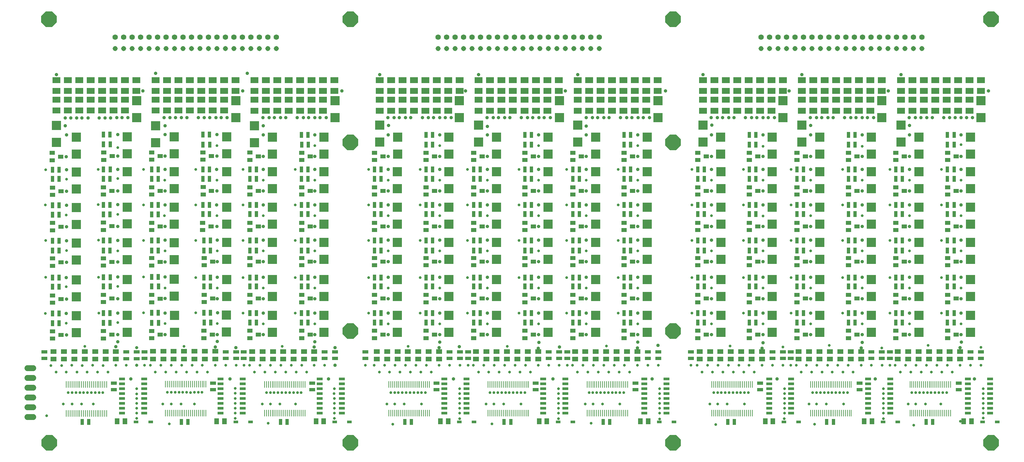
<source format=gts>
G75*
G70*
%OFA0B0*%
%FSLAX24Y24*%
%IPPOS*%
%LPD*%
%AMOC8*
5,1,8,0,0,1.08239X$1,22.5*
%
%ADD10R,0.0079X0.0689*%
%ADD11R,0.0600X0.0256*%
%ADD12R,0.0350X0.0591*%
%ADD13R,0.0945X0.0945*%
%ADD14R,0.0551X0.0394*%
%ADD15R,0.0787X0.0630*%
%ADD16R,0.0630X0.0512*%
%ADD17R,0.0591X0.0350*%
%ADD18R,0.0512X0.0630*%
%ADD19R,0.0472X0.0276*%
%ADD20C,0.0554*%
%ADD21C,0.0515*%
%ADD22C,0.0600*%
%ADD23C,0.0278*%
%ADD24C,0.0357*%
%ADD25C,0.0317*%
%ADD26OC8,0.1581*%
D10*
X005402Y011012D03*
X005599Y011012D03*
X005796Y011012D03*
X005992Y011012D03*
X006189Y011012D03*
X006386Y011012D03*
X006583Y011012D03*
X006780Y011012D03*
X006977Y011012D03*
X007173Y011012D03*
X007370Y011012D03*
X007567Y011012D03*
X007764Y011012D03*
X007961Y011012D03*
X008158Y011012D03*
X008355Y011012D03*
X008551Y011012D03*
X008748Y011012D03*
X008945Y011012D03*
X009142Y011012D03*
X009339Y011012D03*
X009536Y011012D03*
X009536Y013965D03*
X009339Y013965D03*
X009142Y013965D03*
X008945Y013965D03*
X008748Y013965D03*
X008551Y013965D03*
X008355Y013965D03*
X008158Y013965D03*
X007961Y013965D03*
X007764Y013965D03*
X007567Y013965D03*
X007370Y013965D03*
X007173Y013965D03*
X006977Y013965D03*
X006780Y013965D03*
X006583Y013965D03*
X006386Y013965D03*
X006189Y013965D03*
X005992Y013965D03*
X005796Y013965D03*
X005599Y013965D03*
X005402Y013965D03*
X015543Y013982D03*
X015739Y013982D03*
X015936Y013982D03*
X016133Y013982D03*
X016330Y013982D03*
X016527Y013982D03*
X016724Y013982D03*
X016921Y013982D03*
X017117Y013982D03*
X017314Y013982D03*
X017511Y013982D03*
X017708Y013982D03*
X017905Y013982D03*
X018102Y013982D03*
X018299Y013982D03*
X018495Y013982D03*
X018692Y013982D03*
X018889Y013982D03*
X019086Y013982D03*
X019283Y013982D03*
X019480Y013982D03*
X019676Y013982D03*
X019676Y011029D03*
X019480Y011029D03*
X019283Y011029D03*
X019086Y011029D03*
X018889Y011029D03*
X018692Y011029D03*
X018495Y011029D03*
X018299Y011029D03*
X018102Y011029D03*
X017905Y011029D03*
X017708Y011029D03*
X017511Y011029D03*
X017314Y011029D03*
X017117Y011029D03*
X016921Y011029D03*
X016724Y011029D03*
X016527Y011029D03*
X016330Y011029D03*
X016133Y011029D03*
X015936Y011029D03*
X015739Y011029D03*
X015543Y011029D03*
X025663Y011026D03*
X025860Y011026D03*
X026057Y011026D03*
X026254Y011026D03*
X026451Y011026D03*
X026647Y011026D03*
X026844Y011026D03*
X027041Y011026D03*
X027238Y011026D03*
X027435Y011026D03*
X027632Y011026D03*
X027829Y011026D03*
X028025Y011026D03*
X028222Y011026D03*
X028419Y011026D03*
X028616Y011026D03*
X028813Y011026D03*
X029010Y011026D03*
X029206Y011026D03*
X029403Y011026D03*
X029600Y011026D03*
X029797Y011026D03*
X029797Y013979D03*
X029600Y013979D03*
X029403Y013979D03*
X029206Y013979D03*
X029010Y013979D03*
X028813Y013979D03*
X028616Y013979D03*
X028419Y013979D03*
X028222Y013979D03*
X028025Y013979D03*
X027829Y013979D03*
X027632Y013979D03*
X027435Y013979D03*
X027238Y013979D03*
X027041Y013979D03*
X026844Y013979D03*
X026647Y013979D03*
X026451Y013979D03*
X026254Y013979D03*
X026057Y013979D03*
X025860Y013979D03*
X025663Y013979D03*
X038363Y013979D03*
X038559Y013979D03*
X038756Y013979D03*
X038953Y013979D03*
X039150Y013979D03*
X039347Y013979D03*
X039544Y013979D03*
X039741Y013979D03*
X039937Y013979D03*
X040134Y013979D03*
X040331Y013979D03*
X040528Y013979D03*
X040725Y013979D03*
X040922Y013979D03*
X041118Y013979D03*
X041315Y013979D03*
X041512Y013979D03*
X041709Y013979D03*
X041906Y013979D03*
X042103Y013979D03*
X042300Y013979D03*
X042496Y013979D03*
X042496Y011026D03*
X042300Y011026D03*
X042103Y011026D03*
X041906Y011026D03*
X041709Y011026D03*
X041512Y011026D03*
X041315Y011026D03*
X041118Y011026D03*
X040922Y011026D03*
X040725Y011026D03*
X040528Y011026D03*
X040331Y011026D03*
X040134Y011026D03*
X039937Y011026D03*
X039741Y011026D03*
X039544Y011026D03*
X039347Y011026D03*
X039150Y011026D03*
X038953Y011026D03*
X038756Y011026D03*
X038559Y011026D03*
X038363Y011026D03*
X048512Y011026D03*
X048709Y011026D03*
X048906Y011026D03*
X049103Y011026D03*
X049300Y011026D03*
X049497Y011026D03*
X049693Y011026D03*
X049890Y011026D03*
X050087Y011026D03*
X050284Y011026D03*
X050481Y011026D03*
X050678Y011026D03*
X050875Y011026D03*
X051071Y011026D03*
X051268Y011026D03*
X051465Y011026D03*
X051662Y011026D03*
X051859Y011026D03*
X052056Y011026D03*
X052253Y011026D03*
X052449Y011026D03*
X052646Y011026D03*
X052646Y013979D03*
X052449Y013979D03*
X052253Y013979D03*
X052056Y013979D03*
X051859Y013979D03*
X051662Y013979D03*
X051465Y013979D03*
X051268Y013979D03*
X051071Y013979D03*
X050875Y013979D03*
X050678Y013979D03*
X050481Y013979D03*
X050284Y013979D03*
X050087Y013979D03*
X049890Y013979D03*
X049693Y013979D03*
X049497Y013979D03*
X049300Y013979D03*
X049103Y013979D03*
X048906Y013979D03*
X048709Y013979D03*
X048512Y013979D03*
X058625Y013979D03*
X058822Y013979D03*
X059019Y013979D03*
X059216Y013979D03*
X059412Y013979D03*
X059609Y013979D03*
X059806Y013979D03*
X060003Y013979D03*
X060200Y013979D03*
X060397Y013979D03*
X060594Y013979D03*
X060790Y013979D03*
X060987Y013979D03*
X061184Y013979D03*
X061381Y013979D03*
X061578Y013979D03*
X061775Y013979D03*
X061971Y013979D03*
X062168Y013979D03*
X062365Y013979D03*
X062562Y013979D03*
X062759Y013979D03*
X062759Y011026D03*
X062562Y011026D03*
X062365Y011026D03*
X062168Y011026D03*
X061971Y011026D03*
X061775Y011026D03*
X061578Y011026D03*
X061381Y011026D03*
X061184Y011026D03*
X060987Y011026D03*
X060790Y011026D03*
X060594Y011026D03*
X060397Y011026D03*
X060200Y011026D03*
X060003Y011026D03*
X059806Y011026D03*
X059609Y011026D03*
X059412Y011026D03*
X059216Y011026D03*
X059019Y011026D03*
X058822Y011026D03*
X058625Y011026D03*
X071361Y011026D03*
X071558Y011026D03*
X071755Y011026D03*
X071951Y011026D03*
X072148Y011026D03*
X072345Y011026D03*
X072542Y011026D03*
X072739Y011026D03*
X072936Y011026D03*
X073133Y011026D03*
X073329Y011026D03*
X073526Y011026D03*
X073723Y011026D03*
X073920Y011026D03*
X074117Y011026D03*
X074314Y011026D03*
X074511Y011026D03*
X074707Y011026D03*
X074904Y011026D03*
X075101Y011026D03*
X075298Y011026D03*
X075495Y011026D03*
X075495Y013979D03*
X075298Y013979D03*
X075101Y013979D03*
X074904Y013979D03*
X074707Y013979D03*
X074511Y013979D03*
X074314Y013979D03*
X074117Y013979D03*
X073920Y013979D03*
X073723Y013979D03*
X073526Y013979D03*
X073329Y013979D03*
X073133Y013979D03*
X072936Y013979D03*
X072739Y013979D03*
X072542Y013979D03*
X072345Y013979D03*
X072148Y013979D03*
X071951Y013979D03*
X071755Y013979D03*
X071558Y013979D03*
X071361Y013979D03*
X081480Y013979D03*
X081677Y013979D03*
X081874Y013979D03*
X082071Y013979D03*
X082268Y013979D03*
X082465Y013979D03*
X082662Y013979D03*
X082858Y013979D03*
X083055Y013979D03*
X083252Y013979D03*
X083449Y013979D03*
X083646Y013979D03*
X083843Y013979D03*
X084040Y013979D03*
X084236Y013979D03*
X084433Y013979D03*
X084630Y013979D03*
X084827Y013979D03*
X085024Y013979D03*
X085221Y013979D03*
X085418Y013979D03*
X085614Y013979D03*
X085614Y011026D03*
X085418Y011026D03*
X085221Y011026D03*
X085024Y011026D03*
X084827Y011026D03*
X084630Y011026D03*
X084433Y011026D03*
X084236Y011026D03*
X084040Y011026D03*
X083843Y011026D03*
X083646Y011026D03*
X083449Y011026D03*
X083252Y011026D03*
X083055Y011026D03*
X082858Y011026D03*
X082662Y011026D03*
X082465Y011026D03*
X082268Y011026D03*
X082071Y011026D03*
X081874Y011026D03*
X081677Y011026D03*
X081480Y011026D03*
X091615Y011026D03*
X091812Y011026D03*
X092009Y011026D03*
X092205Y011026D03*
X092402Y011026D03*
X092599Y011026D03*
X092796Y011026D03*
X092993Y011026D03*
X093190Y011026D03*
X093387Y011026D03*
X093583Y011026D03*
X093780Y011026D03*
X093977Y011026D03*
X094174Y011026D03*
X094371Y011026D03*
X094568Y011026D03*
X094764Y011026D03*
X094961Y011026D03*
X095158Y011026D03*
X095355Y011026D03*
X095552Y011026D03*
X095749Y011026D03*
X095749Y013979D03*
X095552Y013979D03*
X095355Y013979D03*
X095158Y013979D03*
X094961Y013979D03*
X094764Y013979D03*
X094568Y013979D03*
X094371Y013979D03*
X094174Y013979D03*
X093977Y013979D03*
X093780Y013979D03*
X093583Y013979D03*
X093387Y013979D03*
X093190Y013979D03*
X092993Y013979D03*
X092796Y013979D03*
X092599Y013979D03*
X092402Y013979D03*
X092205Y013979D03*
X092009Y013979D03*
X091812Y013979D03*
X091615Y013979D03*
D11*
X089601Y014026D03*
X089601Y013526D03*
X089601Y013026D03*
X089601Y012526D03*
X089601Y012026D03*
X089601Y011526D03*
X089601Y011026D03*
X087337Y011026D03*
X087337Y011526D03*
X087337Y012026D03*
X087337Y012526D03*
X087337Y013026D03*
X087337Y013526D03*
X087337Y014026D03*
X087337Y014526D03*
X089601Y014526D03*
X097524Y014526D03*
X097524Y014026D03*
X097524Y013526D03*
X097524Y013026D03*
X097524Y012526D03*
X097524Y012026D03*
X097524Y011526D03*
X097524Y011026D03*
X099788Y011026D03*
X099788Y011526D03*
X099788Y012026D03*
X099788Y012526D03*
X099788Y013026D03*
X099788Y013526D03*
X099788Y014026D03*
X099788Y014526D03*
X079479Y014526D03*
X079479Y014026D03*
X079479Y013526D03*
X079479Y013026D03*
X079479Y012526D03*
X079479Y012026D03*
X079479Y011526D03*
X079479Y011026D03*
X077215Y011026D03*
X077215Y011526D03*
X077215Y012026D03*
X077215Y012526D03*
X077215Y013026D03*
X077215Y013526D03*
X077215Y014026D03*
X077215Y014526D03*
X066725Y014526D03*
X066725Y014026D03*
X066725Y013526D03*
X066725Y013026D03*
X066725Y012526D03*
X066725Y012026D03*
X066725Y011526D03*
X066725Y011026D03*
X064461Y011026D03*
X064461Y011526D03*
X064461Y012026D03*
X064461Y012526D03*
X064461Y013026D03*
X064461Y013526D03*
X064461Y014026D03*
X064461Y014526D03*
X056393Y014526D03*
X056393Y014026D03*
X056393Y013526D03*
X056393Y013026D03*
X056393Y012526D03*
X056393Y012026D03*
X056393Y011526D03*
X056393Y011026D03*
X054129Y011026D03*
X054129Y011526D03*
X054129Y012026D03*
X054129Y012526D03*
X054129Y013026D03*
X054129Y013526D03*
X054129Y014026D03*
X054129Y014526D03*
X046292Y014526D03*
X046292Y014026D03*
X046292Y013526D03*
X046292Y013026D03*
X046292Y012526D03*
X046292Y012026D03*
X046292Y011526D03*
X046292Y011026D03*
X044028Y011026D03*
X044028Y011526D03*
X044028Y012026D03*
X044028Y012526D03*
X044028Y013026D03*
X044028Y013526D03*
X044028Y014026D03*
X044028Y014526D03*
X033578Y014526D03*
X033578Y014026D03*
X033578Y013526D03*
X033578Y013026D03*
X033578Y012526D03*
X033578Y012026D03*
X033578Y011526D03*
X033578Y011026D03*
X031314Y011026D03*
X031314Y011526D03*
X031314Y012026D03*
X031314Y012526D03*
X031314Y013026D03*
X031314Y013526D03*
X031314Y014026D03*
X031314Y014526D03*
X023435Y014526D03*
X023435Y014026D03*
X023435Y013526D03*
X023435Y013026D03*
X023435Y012526D03*
X023435Y012026D03*
X023435Y011526D03*
X023435Y011026D03*
X021171Y011026D03*
X021171Y011526D03*
X021171Y012026D03*
X021171Y012526D03*
X021171Y013026D03*
X021171Y013526D03*
X021171Y014026D03*
X021171Y014526D03*
X013355Y014526D03*
X013355Y014026D03*
X013355Y013526D03*
X013355Y013026D03*
X013355Y012526D03*
X013355Y012026D03*
X013355Y011526D03*
X013355Y011026D03*
X011091Y011026D03*
X011091Y011526D03*
X011091Y012026D03*
X011091Y012526D03*
X011091Y013026D03*
X011091Y013526D03*
X011091Y014026D03*
X011091Y014526D03*
D12*
X007702Y010142D03*
X007033Y010142D03*
X017176Y010142D03*
X017845Y010142D03*
X027290Y010142D03*
X027959Y010142D03*
X039995Y010142D03*
X040664Y010142D03*
X050148Y010142D03*
X050818Y010142D03*
X060260Y010142D03*
X060930Y010142D03*
X072996Y010142D03*
X073665Y010142D03*
X083113Y010142D03*
X083782Y010142D03*
X093249Y010142D03*
X093919Y010142D03*
X095446Y020280D03*
X096115Y020280D03*
X096115Y021277D03*
X095446Y021277D03*
X095446Y023988D03*
X096115Y023988D03*
X096115Y024900D03*
X095446Y024900D03*
X090847Y024900D03*
X090177Y024900D03*
X090177Y023988D03*
X090847Y023988D03*
X090847Y021277D03*
X090177Y021277D03*
X090177Y020280D03*
X090847Y020280D03*
X086007Y020280D03*
X085338Y020280D03*
X085338Y021277D03*
X086007Y021277D03*
X086007Y023988D03*
X085338Y023988D03*
X085338Y024900D03*
X086007Y024900D03*
X080739Y024900D03*
X080069Y024900D03*
X080069Y023988D03*
X080739Y023988D03*
X080739Y021277D03*
X080069Y021277D03*
X080069Y020280D03*
X080739Y020280D03*
X075869Y020280D03*
X075199Y020280D03*
X075199Y021277D03*
X075869Y021277D03*
X075869Y023988D03*
X075199Y023988D03*
X075199Y024900D03*
X075869Y024900D03*
X070614Y024900D03*
X069945Y024900D03*
X069945Y023988D03*
X070614Y023988D03*
X070614Y021277D03*
X069945Y021277D03*
X069945Y020280D03*
X070614Y020280D03*
X063077Y020280D03*
X062408Y020280D03*
X062408Y021277D03*
X063077Y021277D03*
X063077Y023988D03*
X062408Y023988D03*
X062408Y024900D03*
X063077Y024900D03*
X063077Y027670D03*
X062408Y027670D03*
X062408Y028700D03*
X063077Y028700D03*
X063077Y031381D03*
X062408Y031381D03*
X062408Y032334D03*
X063077Y032334D03*
X063077Y035009D03*
X062408Y035009D03*
X062408Y035966D03*
X063077Y035966D03*
X063077Y038500D03*
X062408Y038500D03*
X062408Y039495D03*
X063077Y039495D03*
X057821Y035966D03*
X057151Y035966D03*
X057151Y035009D03*
X057821Y035009D03*
X057821Y032334D03*
X057151Y032334D03*
X057151Y031381D03*
X057821Y031381D03*
X052946Y031381D03*
X052277Y031381D03*
X052277Y032334D03*
X052946Y032334D03*
X052946Y035009D03*
X052277Y035009D03*
X052277Y035966D03*
X052946Y035966D03*
X052946Y038500D03*
X052277Y038500D03*
X052277Y039495D03*
X052946Y039495D03*
X047690Y035966D03*
X047021Y035966D03*
X047021Y035009D03*
X047690Y035009D03*
X047690Y032334D03*
X047021Y032334D03*
X047021Y031381D03*
X047690Y031381D03*
X042838Y031381D03*
X042169Y031381D03*
X042169Y032334D03*
X042838Y032334D03*
X042838Y035009D03*
X042169Y035009D03*
X042169Y035966D03*
X042838Y035966D03*
X042838Y038500D03*
X042169Y038500D03*
X042169Y039495D03*
X042838Y039495D03*
X037581Y035966D03*
X036912Y035966D03*
X036912Y035009D03*
X037581Y035009D03*
X037581Y032334D03*
X036912Y032334D03*
X036912Y031381D03*
X037581Y031381D03*
X037581Y028700D03*
X036912Y028700D03*
X036912Y027670D03*
X037581Y027670D03*
X042169Y027670D03*
X042838Y027670D03*
X042838Y028700D03*
X042169Y028700D03*
X047021Y028700D03*
X047690Y028700D03*
X047690Y027670D03*
X047021Y027670D03*
X052277Y027670D03*
X052946Y027670D03*
X052946Y028700D03*
X052277Y028700D03*
X057151Y028700D03*
X057821Y028700D03*
X057821Y027670D03*
X057151Y027670D03*
X057151Y024900D03*
X057821Y024900D03*
X057821Y023988D03*
X057151Y023988D03*
X057151Y021277D03*
X057821Y021277D03*
X057821Y020280D03*
X057151Y020280D03*
X052946Y020280D03*
X052277Y020280D03*
X052277Y021277D03*
X052946Y021277D03*
X052946Y023988D03*
X052277Y023988D03*
X052277Y024900D03*
X052946Y024900D03*
X047690Y024900D03*
X047021Y024900D03*
X047021Y023988D03*
X047690Y023988D03*
X047690Y021277D03*
X047021Y021277D03*
X047021Y020280D03*
X047690Y020280D03*
X042838Y020280D03*
X042169Y020280D03*
X042169Y021277D03*
X042838Y021277D03*
X042838Y023988D03*
X042169Y023988D03*
X042169Y024900D03*
X042838Y024900D03*
X037581Y024900D03*
X036912Y024900D03*
X036912Y023988D03*
X037581Y023988D03*
X037581Y021277D03*
X036912Y021277D03*
X036912Y020280D03*
X037581Y020280D03*
X030094Y020280D03*
X029425Y020280D03*
X029425Y021277D03*
X030094Y021277D03*
X030094Y023988D03*
X029425Y023988D03*
X029425Y024900D03*
X030094Y024900D03*
X024827Y024900D03*
X024158Y024900D03*
X024158Y023988D03*
X024827Y023988D03*
X024827Y021277D03*
X024158Y021277D03*
X024158Y020280D03*
X024827Y020280D03*
X020157Y020282D03*
X019487Y020282D03*
X019474Y021280D03*
X020143Y021280D03*
X020134Y023991D03*
X019465Y023991D03*
X019474Y024903D03*
X020143Y024903D03*
X020130Y027673D03*
X019461Y027673D03*
X019461Y028703D03*
X020131Y028703D03*
X024158Y028700D03*
X024827Y028700D03*
X024827Y027670D03*
X024158Y027670D03*
X029425Y027670D03*
X030094Y027670D03*
X030094Y028700D03*
X029425Y028700D03*
X029425Y031381D03*
X030094Y031381D03*
X030094Y032334D03*
X029425Y032334D03*
X029425Y035009D03*
X030094Y035009D03*
X030094Y035966D03*
X029425Y035966D03*
X024827Y035966D03*
X024158Y035966D03*
X024158Y035009D03*
X024827Y035009D03*
X024827Y032334D03*
X024158Y032334D03*
X024158Y031381D03*
X024827Y031381D03*
X020031Y031384D03*
X019362Y031384D03*
X019358Y032337D03*
X020028Y032337D03*
X020046Y035012D03*
X019377Y035012D03*
X019370Y035969D03*
X020040Y035969D03*
X014789Y035956D03*
X014119Y035956D03*
X014123Y035001D03*
X014792Y035001D03*
X014801Y032339D03*
X014132Y032339D03*
X014132Y031353D03*
X014801Y031353D03*
X014805Y028711D03*
X014136Y028711D03*
X014142Y027648D03*
X014811Y027648D03*
X014810Y024947D03*
X014141Y024947D03*
X014147Y023991D03*
X014817Y023991D03*
X014810Y021280D03*
X014141Y021280D03*
X014147Y020253D03*
X014817Y020253D03*
X009866Y020273D03*
X009197Y020273D03*
X009195Y021278D03*
X009864Y021278D03*
X009882Y024000D03*
X009213Y024000D03*
X009213Y024941D03*
X009882Y024941D03*
X004661Y024910D03*
X003991Y024910D03*
X003998Y023947D03*
X004667Y023947D03*
X004653Y021231D03*
X003983Y021231D03*
X003984Y020242D03*
X004653Y020242D03*
X004658Y027669D03*
X003988Y027669D03*
X003982Y028674D03*
X004652Y028674D03*
X009198Y028702D03*
X009868Y028702D03*
X009868Y027655D03*
X009198Y027655D03*
X009206Y031371D03*
X009876Y031371D03*
X009871Y032345D03*
X009202Y032345D03*
X009211Y035006D03*
X009880Y035006D03*
X009882Y035979D03*
X009213Y035979D03*
X004663Y035942D03*
X003993Y035942D03*
X003994Y034991D03*
X004663Y034991D03*
X004658Y032309D03*
X003989Y032309D03*
X003987Y031325D03*
X004656Y031325D03*
X009214Y038534D03*
X009883Y038534D03*
X009881Y039521D03*
X009211Y039521D03*
X019367Y039527D03*
X020037Y039527D03*
X020049Y038509D03*
X019380Y038509D03*
X029452Y038500D03*
X030121Y038500D03*
X030094Y039495D03*
X029425Y039495D03*
X069945Y035966D03*
X070614Y035966D03*
X070614Y035009D03*
X069945Y035009D03*
X069945Y032334D03*
X070614Y032334D03*
X070614Y031381D03*
X069945Y031381D03*
X069945Y028700D03*
X070614Y028700D03*
X070614Y027670D03*
X069945Y027670D03*
X075199Y027670D03*
X075869Y027670D03*
X075869Y028700D03*
X075199Y028700D03*
X080069Y028700D03*
X080739Y028700D03*
X080739Y027670D03*
X080069Y027670D03*
X085338Y027670D03*
X086007Y027670D03*
X086007Y028700D03*
X085338Y028700D03*
X090177Y028700D03*
X090847Y028700D03*
X090847Y027670D03*
X090177Y027670D03*
X095446Y027670D03*
X096115Y027670D03*
X096115Y028700D03*
X095446Y028700D03*
X095446Y031381D03*
X096115Y031381D03*
X096115Y032334D03*
X095446Y032334D03*
X095446Y035009D03*
X096115Y035009D03*
X096115Y035966D03*
X095446Y035966D03*
X090847Y035966D03*
X090177Y035966D03*
X090177Y035009D03*
X090847Y035009D03*
X090847Y032334D03*
X090177Y032334D03*
X090177Y031381D03*
X090847Y031381D03*
X086007Y031381D03*
X085338Y031381D03*
X085338Y032334D03*
X086007Y032334D03*
X086007Y035009D03*
X085338Y035009D03*
X085338Y035966D03*
X086007Y035966D03*
X080739Y035966D03*
X080069Y035966D03*
X080069Y035009D03*
X080739Y035009D03*
X080739Y032334D03*
X080069Y032334D03*
X080069Y031381D03*
X080739Y031381D03*
X075869Y031381D03*
X075199Y031381D03*
X075199Y032334D03*
X075869Y032334D03*
X075869Y035009D03*
X075199Y035009D03*
X075199Y035966D03*
X075869Y035966D03*
X075869Y038500D03*
X075199Y038500D03*
X075199Y039495D03*
X075869Y039495D03*
X085338Y039495D03*
X086007Y039495D03*
X086007Y038500D03*
X085338Y038500D03*
X095446Y038500D03*
X096115Y038500D03*
X096115Y039495D03*
X095446Y039495D03*
D13*
X097789Y039258D03*
X097789Y037526D03*
X097789Y035732D03*
X097789Y033999D03*
X097789Y032101D03*
X097789Y030369D03*
X097789Y028486D03*
X097789Y026754D03*
X097789Y024702D03*
X097789Y022970D03*
X097789Y021043D03*
X097789Y019311D03*
X092518Y019311D03*
X092518Y021043D03*
X092518Y022970D03*
X092518Y024702D03*
X092518Y026754D03*
X092518Y028486D03*
X092518Y030369D03*
X092518Y032101D03*
X092518Y033999D03*
X092518Y035732D03*
X092518Y037526D03*
X090693Y038748D03*
X092518Y039258D03*
X090693Y040480D03*
X088741Y041257D03*
X088741Y042989D03*
X087679Y039258D03*
X087679Y037526D03*
X087679Y035732D03*
X087679Y033999D03*
X087679Y032101D03*
X087679Y030369D03*
X087679Y028486D03*
X087679Y026754D03*
X087679Y024702D03*
X087679Y022970D03*
X087679Y021043D03*
X087679Y019311D03*
X082408Y019311D03*
X082408Y021043D03*
X082408Y022970D03*
X082408Y024702D03*
X082408Y026754D03*
X082408Y028486D03*
X082408Y030369D03*
X082408Y032101D03*
X082408Y033999D03*
X082408Y035732D03*
X082408Y037526D03*
X080575Y038748D03*
X082408Y039258D03*
X080575Y040480D03*
X078624Y041257D03*
X078624Y042989D03*
X077541Y039258D03*
X077541Y037526D03*
X077541Y035732D03*
X077541Y033999D03*
X077541Y032101D03*
X077541Y030369D03*
X077541Y028486D03*
X077541Y026754D03*
X077541Y024702D03*
X077541Y022970D03*
X077541Y021043D03*
X077541Y019311D03*
X072285Y019311D03*
X072285Y021043D03*
X072285Y022970D03*
X072285Y024702D03*
X072285Y026754D03*
X072285Y028486D03*
X072285Y030369D03*
X072285Y032101D03*
X072285Y033999D03*
X072285Y035732D03*
X072270Y037526D03*
X070450Y038748D03*
X072270Y039258D03*
X070450Y040480D03*
X065849Y041257D03*
X065849Y042989D03*
X064749Y039258D03*
X064749Y037526D03*
X064749Y035732D03*
X064749Y033999D03*
X064749Y032101D03*
X064749Y030369D03*
X064749Y028486D03*
X064749Y026754D03*
X064749Y024702D03*
X064749Y022970D03*
X064749Y021043D03*
X064749Y019311D03*
X059492Y019311D03*
X059492Y021043D03*
X059492Y022970D03*
X059492Y024702D03*
X059492Y026754D03*
X059492Y028486D03*
X059492Y030369D03*
X059492Y032101D03*
X059492Y033999D03*
X059492Y035732D03*
X059492Y037526D03*
X057665Y038748D03*
X059492Y039258D03*
X057665Y040480D03*
X055795Y041257D03*
X055795Y042989D03*
X054618Y039258D03*
X054618Y037526D03*
X054618Y035732D03*
X054618Y033999D03*
X054618Y032101D03*
X054618Y030369D03*
X054618Y028486D03*
X054618Y026754D03*
X054618Y024702D03*
X054618Y022970D03*
X054618Y021043D03*
X054618Y019311D03*
X049362Y019311D03*
X049362Y021043D03*
X049362Y022970D03*
X049362Y024702D03*
X049362Y026754D03*
X049362Y028486D03*
X049362Y030369D03*
X049362Y032101D03*
X049362Y033999D03*
X049362Y035732D03*
X049362Y037526D03*
X047539Y038748D03*
X049362Y039258D03*
X047539Y040480D03*
X045578Y041257D03*
X045578Y042989D03*
X044509Y039258D03*
X044509Y037526D03*
X044509Y035732D03*
X044509Y033999D03*
X044509Y032101D03*
X044509Y030369D03*
X044509Y028486D03*
X044509Y026754D03*
X044509Y024702D03*
X044509Y022970D03*
X044509Y021043D03*
X044509Y019311D03*
X039248Y019311D03*
X039248Y021043D03*
X039248Y022970D03*
X039248Y024702D03*
X039248Y026754D03*
X039248Y028486D03*
X039248Y030369D03*
X039248Y032101D03*
X039248Y033999D03*
X039248Y035732D03*
X039253Y037526D03*
X037420Y038748D03*
X039253Y039258D03*
X037420Y040480D03*
X032861Y041257D03*
X032861Y042989D03*
X031734Y039258D03*
X031734Y037526D03*
X031734Y035732D03*
X031734Y033999D03*
X031734Y032101D03*
X031734Y030369D03*
X031734Y028486D03*
X031734Y026754D03*
X031734Y024702D03*
X031734Y022970D03*
X031734Y021043D03*
X031734Y019311D03*
X026473Y019311D03*
X026473Y021043D03*
X026473Y022970D03*
X026473Y024702D03*
X026473Y026754D03*
X026473Y028486D03*
X026473Y030369D03*
X026473Y032101D03*
X026473Y033999D03*
X026473Y035732D03*
X026473Y037526D03*
X024637Y038699D03*
X026473Y039258D03*
X024637Y040431D03*
X022748Y041264D03*
X022748Y042996D03*
X021795Y039295D03*
X021795Y037563D03*
X021789Y035734D03*
X021789Y034002D03*
X021789Y032104D03*
X021789Y030372D03*
X021789Y028489D03*
X021789Y026757D03*
X021784Y024705D03*
X021784Y022973D03*
X021780Y021046D03*
X021780Y019314D03*
X016455Y019309D03*
X016455Y021041D03*
X016448Y022982D03*
X016448Y024714D03*
X016448Y026744D03*
X016448Y028477D03*
X016426Y030363D03*
X016426Y032095D03*
X016428Y033992D03*
X016428Y035724D03*
X016424Y037562D03*
X014529Y038709D03*
X016424Y039294D03*
X014529Y040441D03*
X012594Y041262D03*
X012594Y042994D03*
X011644Y039287D03*
X011644Y037555D03*
X011647Y035734D03*
X011647Y034001D03*
X011642Y032112D03*
X011642Y030380D03*
X011645Y028465D03*
X011645Y026733D03*
X011648Y024711D03*
X011648Y022979D03*
X011639Y021040D03*
X011639Y019308D03*
X006420Y019263D03*
X006420Y020995D03*
X006425Y022941D03*
X006425Y024673D03*
X006428Y026705D03*
X006428Y028438D03*
X006428Y030340D03*
X006428Y032073D03*
X006432Y033962D03*
X006432Y035694D03*
X006429Y037515D03*
X004384Y038717D03*
X006429Y039247D03*
X004384Y040449D03*
X098867Y041257D03*
X098867Y042989D03*
D14*
X095449Y037666D03*
X095449Y036918D03*
X096315Y037292D03*
X095449Y034144D03*
X095449Y033396D03*
X096315Y033770D03*
X095449Y030500D03*
X096315Y030126D03*
X095449Y029752D03*
X091045Y030126D03*
X090178Y029752D03*
X090178Y030500D03*
X086202Y030126D03*
X085336Y029752D03*
X085336Y030500D03*
X080932Y030126D03*
X080066Y029752D03*
X080066Y030500D03*
X076065Y030126D03*
X075199Y029752D03*
X075199Y030500D03*
X070813Y030126D03*
X069947Y029752D03*
X069947Y030500D03*
X069947Y033396D03*
X069947Y034144D03*
X070813Y033770D03*
X075199Y033396D03*
X075199Y034144D03*
X076065Y033770D03*
X080066Y033396D03*
X080066Y034144D03*
X080932Y033770D03*
X085336Y033396D03*
X085336Y034144D03*
X086202Y033770D03*
X090178Y033396D03*
X090178Y034144D03*
X091045Y033770D03*
X090178Y036918D03*
X090178Y037666D03*
X091045Y037292D03*
X086202Y037292D03*
X085336Y036918D03*
X085336Y037666D03*
X080932Y037292D03*
X080066Y036918D03*
X080066Y037666D03*
X076065Y037292D03*
X075199Y036918D03*
X075199Y037666D03*
X070813Y037292D03*
X069947Y036918D03*
X069947Y037666D03*
X063274Y037292D03*
X062408Y036918D03*
X062408Y037666D03*
X058020Y037292D03*
X057154Y036918D03*
X057154Y037666D03*
X053144Y037292D03*
X052277Y036918D03*
X052277Y037666D03*
X047887Y037292D03*
X047021Y036918D03*
X047021Y037666D03*
X043034Y037292D03*
X042167Y036918D03*
X042167Y037666D03*
X037779Y037292D03*
X036913Y036918D03*
X036913Y037666D03*
X036913Y034144D03*
X036913Y033396D03*
X037779Y033770D03*
X042167Y033396D03*
X042167Y034144D03*
X043034Y033770D03*
X047021Y033396D03*
X047021Y034144D03*
X047887Y033770D03*
X052277Y033396D03*
X052277Y034144D03*
X053144Y033770D03*
X057154Y033396D03*
X057154Y034144D03*
X058020Y033770D03*
X062408Y033396D03*
X062408Y034144D03*
X063274Y033770D03*
X062408Y030500D03*
X063274Y030126D03*
X062408Y029752D03*
X058020Y030126D03*
X057154Y029752D03*
X057154Y030500D03*
X053144Y030126D03*
X052277Y029752D03*
X052277Y030500D03*
X047887Y030126D03*
X047021Y029752D03*
X047021Y030500D03*
X043034Y030126D03*
X042167Y029752D03*
X042167Y030500D03*
X037779Y030126D03*
X036913Y029752D03*
X036913Y030500D03*
X030317Y030126D03*
X029451Y029752D03*
X029451Y030500D03*
X025025Y030126D03*
X024159Y029752D03*
X024159Y030500D03*
X020206Y030129D03*
X019340Y029755D03*
X019340Y030503D03*
X014999Y030124D03*
X014133Y029750D03*
X014133Y030498D03*
X010076Y030149D03*
X009209Y029775D03*
X009209Y030523D03*
X004851Y030106D03*
X003985Y029732D03*
X003985Y030480D03*
X003992Y033353D03*
X003992Y034101D03*
X004858Y033727D03*
X009210Y033395D03*
X009210Y034143D03*
X010076Y033769D03*
X014122Y034129D03*
X014122Y033381D03*
X014988Y033755D03*
X019382Y033399D03*
X019382Y034147D03*
X020248Y033773D03*
X024159Y034144D03*
X024159Y033396D03*
X025025Y033770D03*
X029451Y033396D03*
X029451Y034144D03*
X030317Y033770D03*
X029451Y036918D03*
X029451Y037666D03*
X030317Y037292D03*
X025025Y037308D03*
X024159Y037682D03*
X024159Y036934D03*
X020247Y037328D03*
X019381Y036954D03*
X019381Y037702D03*
X014996Y037333D03*
X014130Y036959D03*
X014130Y037707D03*
X010084Y037319D03*
X009218Y036945D03*
X009218Y037693D03*
X004829Y037277D03*
X003963Y036903D03*
X003963Y037651D03*
X003991Y026846D03*
X003991Y026098D03*
X004857Y026472D03*
X009197Y026123D03*
X009197Y026871D03*
X010063Y026497D03*
X014140Y026136D03*
X014140Y026884D03*
X015006Y026510D03*
X019487Y026154D03*
X019487Y026902D03*
X020353Y026528D03*
X024159Y026899D03*
X024159Y026151D03*
X025025Y026525D03*
X029451Y026899D03*
X029451Y026151D03*
X030317Y026525D03*
X029451Y023126D03*
X030317Y022752D03*
X029451Y022378D03*
X025025Y022752D03*
X024159Y023126D03*
X024159Y022378D03*
X020351Y022755D03*
X019485Y023129D03*
X019485Y022381D03*
X015011Y022743D03*
X014145Y023117D03*
X014145Y022369D03*
X010075Y022758D03*
X009209Y023132D03*
X009209Y022384D03*
X004867Y022705D03*
X004001Y023079D03*
X004001Y022331D03*
X003987Y019400D03*
X003987Y018652D03*
X004853Y019026D03*
X009201Y018678D03*
X009201Y019426D03*
X010067Y019052D03*
X014147Y018694D03*
X014147Y019442D03*
X015014Y019068D03*
X019476Y018703D03*
X019476Y019451D03*
X020342Y019077D03*
X024159Y019449D03*
X024159Y018700D03*
X025025Y019075D03*
X029451Y019449D03*
X029451Y018700D03*
X030317Y019075D03*
X036913Y019449D03*
X036913Y018700D03*
X037779Y019075D03*
X042167Y019449D03*
X042167Y018700D03*
X043034Y019075D03*
X047021Y019449D03*
X047021Y018700D03*
X047887Y019075D03*
X052277Y019449D03*
X052277Y018700D03*
X053144Y019075D03*
X057154Y019449D03*
X057154Y018700D03*
X058020Y019075D03*
X062408Y019449D03*
X062408Y018700D03*
X063274Y019075D03*
X062408Y022378D03*
X063274Y022752D03*
X062408Y023126D03*
X058020Y022752D03*
X057154Y023126D03*
X057154Y022378D03*
X053144Y022752D03*
X052277Y023126D03*
X052277Y022378D03*
X047887Y022752D03*
X047021Y023126D03*
X047021Y022378D03*
X043034Y022752D03*
X042167Y023126D03*
X042167Y022378D03*
X037779Y022752D03*
X036913Y023126D03*
X036913Y022378D03*
X036913Y026151D03*
X036913Y026899D03*
X037779Y026525D03*
X042167Y026899D03*
X042167Y026151D03*
X043034Y026525D03*
X047021Y026899D03*
X047021Y026151D03*
X047887Y026525D03*
X052277Y026899D03*
X052277Y026151D03*
X053144Y026525D03*
X057154Y026899D03*
X057154Y026151D03*
X058020Y026525D03*
X062408Y026899D03*
X062408Y026151D03*
X063274Y026525D03*
X069947Y026899D03*
X069947Y026151D03*
X070813Y026525D03*
X075199Y026899D03*
X075199Y026151D03*
X076065Y026525D03*
X080066Y026899D03*
X080066Y026151D03*
X080932Y026525D03*
X085336Y026899D03*
X085336Y026151D03*
X086202Y026525D03*
X090178Y026899D03*
X090178Y026151D03*
X091045Y026525D03*
X095449Y026899D03*
X095449Y026151D03*
X096315Y026525D03*
X095449Y023126D03*
X096315Y022752D03*
X095449Y022378D03*
X091045Y022752D03*
X090178Y023126D03*
X090178Y022378D03*
X086202Y022752D03*
X085336Y023126D03*
X085336Y022378D03*
X080932Y022752D03*
X080066Y023126D03*
X080066Y022378D03*
X076065Y022752D03*
X075199Y023126D03*
X075199Y022378D03*
X070813Y022752D03*
X069947Y023126D03*
X069947Y022378D03*
X069947Y019449D03*
X069947Y018700D03*
X070813Y019075D03*
X075199Y019449D03*
X075199Y018700D03*
X076065Y019075D03*
X080066Y019449D03*
X080066Y018700D03*
X080932Y019075D03*
X085336Y019449D03*
X085336Y018700D03*
X086202Y019075D03*
X090178Y019449D03*
X090178Y018700D03*
X091045Y019075D03*
X095449Y019449D03*
X095449Y018700D03*
X096315Y019075D03*
D15*
X096531Y041978D03*
X095363Y041978D03*
X094195Y041978D03*
X093028Y041978D03*
X091861Y041978D03*
X090693Y041978D03*
X090693Y043080D03*
X090693Y043988D03*
X091861Y043988D03*
X091861Y043080D03*
X093028Y043080D03*
X093028Y043988D03*
X094195Y043988D03*
X094195Y043080D03*
X095363Y043080D03*
X095363Y043988D03*
X096531Y043988D03*
X096531Y043080D03*
X097699Y043080D03*
X097699Y043988D03*
X098867Y043988D03*
X098867Y045090D03*
X097699Y045090D03*
X096531Y045090D03*
X095363Y045090D03*
X094195Y045090D03*
X093028Y045090D03*
X091861Y045090D03*
X090693Y045090D03*
X088743Y045090D03*
X087575Y045090D03*
X086407Y045090D03*
X085241Y045090D03*
X084075Y045090D03*
X082908Y045090D03*
X081741Y045090D03*
X080575Y045090D03*
X080575Y043988D03*
X080575Y043080D03*
X081741Y043080D03*
X081741Y043988D03*
X082908Y043988D03*
X082908Y043080D03*
X084075Y043080D03*
X084075Y043988D03*
X085241Y043988D03*
X085241Y043080D03*
X086407Y043080D03*
X086407Y043988D03*
X087575Y043988D03*
X087575Y043080D03*
X088743Y043988D03*
X087575Y041978D03*
X086407Y041978D03*
X085241Y041978D03*
X084075Y041978D03*
X082908Y041978D03*
X081741Y041978D03*
X080575Y041978D03*
X078625Y043988D03*
X077457Y043988D03*
X077457Y043080D03*
X076288Y043080D03*
X076288Y043988D03*
X075119Y043988D03*
X075119Y043080D03*
X073951Y043080D03*
X073951Y043988D03*
X072783Y043988D03*
X072783Y043080D03*
X071617Y043080D03*
X071617Y043988D03*
X070450Y043988D03*
X070450Y043080D03*
X070450Y041978D03*
X071617Y041978D03*
X072783Y041978D03*
X073951Y041978D03*
X075119Y041978D03*
X076288Y041978D03*
X077457Y041978D03*
X077457Y045090D03*
X078625Y045090D03*
X076288Y045090D03*
X075119Y045090D03*
X073951Y045090D03*
X072783Y045090D03*
X071617Y045090D03*
X070450Y045090D03*
X065842Y045090D03*
X064675Y045090D03*
X063506Y045090D03*
X062338Y045090D03*
X061170Y045090D03*
X060002Y045090D03*
X058835Y045090D03*
X057668Y045090D03*
X057668Y043988D03*
X057668Y043080D03*
X058835Y043080D03*
X058835Y043988D03*
X060002Y043988D03*
X060002Y043080D03*
X061170Y043080D03*
X061170Y043988D03*
X062338Y043988D03*
X062338Y043080D03*
X063506Y043080D03*
X063506Y043988D03*
X064675Y043988D03*
X064675Y043080D03*
X065842Y043988D03*
X064675Y041978D03*
X063506Y041978D03*
X062338Y041978D03*
X061170Y041978D03*
X060002Y041978D03*
X058835Y041978D03*
X057668Y041978D03*
X055716Y043988D03*
X054549Y043988D03*
X054549Y043080D03*
X053382Y043080D03*
X053382Y043988D03*
X052215Y043988D03*
X052215Y043080D03*
X051047Y043080D03*
X051047Y043988D03*
X049879Y043988D03*
X049879Y043080D03*
X048712Y043080D03*
X048712Y043988D03*
X047544Y043988D03*
X047544Y043080D03*
X047544Y041978D03*
X048712Y041978D03*
X049879Y041978D03*
X051047Y041978D03*
X052215Y041978D03*
X053382Y041978D03*
X054549Y041978D03*
X054549Y045090D03*
X053382Y045090D03*
X052215Y045090D03*
X051047Y045090D03*
X049879Y045090D03*
X048712Y045090D03*
X047544Y045090D03*
X045592Y045090D03*
X044424Y045090D03*
X043257Y045090D03*
X042090Y045090D03*
X040922Y045090D03*
X039756Y045090D03*
X038588Y045090D03*
X037420Y045090D03*
X037420Y043988D03*
X037420Y043080D03*
X038588Y043080D03*
X038588Y043988D03*
X039756Y043988D03*
X039756Y043080D03*
X040922Y043080D03*
X040922Y043988D03*
X042090Y043988D03*
X042090Y043080D03*
X043257Y043080D03*
X043257Y043988D03*
X044424Y043988D03*
X044424Y043080D03*
X045592Y043988D03*
X044424Y041978D03*
X043257Y041978D03*
X042090Y041978D03*
X040922Y041978D03*
X039756Y041978D03*
X038588Y041978D03*
X037420Y041978D03*
X032812Y043988D03*
X031645Y043988D03*
X031645Y043080D03*
X030477Y043080D03*
X030477Y043988D03*
X029310Y043988D03*
X029310Y043080D03*
X028142Y043080D03*
X028142Y043988D03*
X026973Y043988D03*
X026973Y043080D03*
X025805Y043080D03*
X025805Y043988D03*
X024637Y043988D03*
X024637Y043080D03*
X024637Y041978D03*
X025805Y041978D03*
X026973Y041978D03*
X028142Y041978D03*
X029310Y041978D03*
X030477Y041978D03*
X031645Y041978D03*
X031645Y045090D03*
X032812Y045090D03*
X030477Y045090D03*
X029310Y045090D03*
X028142Y045090D03*
X026973Y045090D03*
X025805Y045090D03*
X024637Y045090D03*
X022702Y045093D03*
X021532Y045093D03*
X020365Y045093D03*
X019197Y045093D03*
X018030Y045093D03*
X016861Y045093D03*
X015692Y045093D03*
X014524Y045093D03*
X014524Y043991D03*
X014524Y043083D03*
X015692Y043083D03*
X015692Y043991D03*
X016861Y043991D03*
X016861Y043083D03*
X018030Y043083D03*
X018030Y043991D03*
X019197Y043991D03*
X019197Y043083D03*
X020365Y043083D03*
X020365Y043991D03*
X021532Y043991D03*
X021532Y043083D03*
X022702Y043991D03*
X021532Y041981D03*
X020365Y041981D03*
X019197Y041981D03*
X018030Y041981D03*
X016861Y041981D03*
X015692Y041981D03*
X014524Y041981D03*
X012572Y043984D03*
X011403Y043987D03*
X011406Y043082D03*
X010239Y043085D03*
X010236Y043989D03*
X009069Y043988D03*
X009071Y043083D03*
X007901Y043085D03*
X007900Y043989D03*
X006730Y043989D03*
X006733Y043083D03*
X006733Y041981D03*
X007901Y041983D03*
X009071Y041980D03*
X010239Y041982D03*
X011406Y041980D03*
X011403Y045089D03*
X010236Y045091D03*
X009069Y045091D03*
X007900Y045092D03*
X006730Y045092D03*
X005563Y045089D03*
X004396Y045086D03*
X004396Y043984D03*
X004396Y043086D03*
X005565Y043086D03*
X005563Y043986D03*
X005565Y041983D03*
X004396Y041984D03*
X012572Y045086D03*
X055716Y045090D03*
X097699Y041978D03*
D16*
X096741Y017344D03*
X095678Y017344D03*
X094615Y017344D03*
X093552Y017344D03*
X092489Y017344D03*
X091426Y017344D03*
X090363Y017344D03*
X090363Y016557D03*
X091426Y016557D03*
X092489Y016557D03*
X093552Y016557D03*
X094615Y016557D03*
X095678Y016557D03*
X096741Y016557D03*
X086615Y016557D03*
X085552Y016557D03*
X084489Y016557D03*
X083426Y016557D03*
X082363Y016557D03*
X081300Y016557D03*
X080237Y016557D03*
X080237Y017344D03*
X081300Y017344D03*
X082363Y017344D03*
X083426Y017344D03*
X084489Y017344D03*
X085552Y017344D03*
X086615Y017344D03*
X076498Y017344D03*
X075435Y017344D03*
X074372Y017344D03*
X073309Y017344D03*
X072246Y017344D03*
X071183Y017344D03*
X070120Y017344D03*
X070120Y016557D03*
X071183Y016557D03*
X072246Y016557D03*
X073309Y016557D03*
X074372Y016557D03*
X075435Y016557D03*
X076498Y016557D03*
X063760Y016557D03*
X062697Y016557D03*
X061634Y016557D03*
X060571Y016557D03*
X059508Y016557D03*
X058445Y016557D03*
X057382Y016557D03*
X057382Y017344D03*
X058445Y017344D03*
X059508Y017344D03*
X060571Y017344D03*
X061634Y017344D03*
X062697Y017344D03*
X063760Y017344D03*
X053631Y017344D03*
X052568Y017344D03*
X051505Y017344D03*
X050442Y017344D03*
X049379Y017344D03*
X048316Y017344D03*
X047253Y017344D03*
X047253Y016557D03*
X048316Y016557D03*
X049379Y016557D03*
X050442Y016557D03*
X051505Y016557D03*
X052568Y016557D03*
X053631Y016557D03*
X043501Y016557D03*
X042438Y016557D03*
X041375Y016557D03*
X040312Y016557D03*
X039249Y016557D03*
X038186Y016557D03*
X037123Y016557D03*
X037123Y017344D03*
X038186Y017344D03*
X039249Y017344D03*
X040312Y017344D03*
X041375Y017344D03*
X042438Y017344D03*
X043501Y017344D03*
X030729Y017344D03*
X029705Y017344D03*
X028643Y017344D03*
X027580Y017344D03*
X026517Y017344D03*
X025454Y017344D03*
X024391Y017344D03*
X024391Y016557D03*
X025454Y016557D03*
X026517Y016557D03*
X027580Y016557D03*
X028643Y016557D03*
X029705Y016557D03*
X030729Y016557D03*
X020631Y016560D03*
X019568Y016560D03*
X018505Y016560D03*
X017442Y016560D03*
X016379Y016560D03*
X015316Y016560D03*
X014253Y016560D03*
X014253Y017347D03*
X015316Y017347D03*
X016379Y017347D03*
X017442Y017347D03*
X018505Y017347D03*
X019568Y017347D03*
X020631Y017347D03*
X010478Y017341D03*
X009415Y017341D03*
X008352Y017341D03*
X007289Y017341D03*
X006226Y017341D03*
X005163Y017341D03*
X004100Y017341D03*
X004100Y016553D03*
X005163Y016553D03*
X006226Y016553D03*
X007289Y016553D03*
X008352Y016553D03*
X009415Y016553D03*
X010478Y016553D03*
D17*
X011541Y016612D03*
X012604Y016612D03*
X013403Y016618D03*
X013403Y017287D03*
X012604Y017282D03*
X011541Y017282D03*
X010270Y014107D03*
X010270Y013438D03*
X003161Y016616D03*
X003161Y017285D03*
X020410Y014107D03*
X020410Y013438D03*
X021694Y016619D03*
X022757Y016619D03*
X023548Y016614D03*
X023548Y017284D03*
X022757Y017288D03*
X021694Y017288D03*
X030540Y014107D03*
X030540Y013438D03*
X031792Y016616D03*
X032855Y016616D03*
X032855Y017285D03*
X031792Y017285D03*
X035968Y017285D03*
X035968Y016616D03*
X043238Y014107D03*
X043238Y013438D03*
X044564Y016616D03*
X045627Y016616D03*
X046450Y016616D03*
X046450Y017285D03*
X045627Y017285D03*
X044564Y017285D03*
X053367Y014107D03*
X053367Y013438D03*
X054694Y016616D03*
X055757Y016616D03*
X056594Y016616D03*
X056594Y017285D03*
X055757Y017285D03*
X054694Y017285D03*
X063580Y014107D03*
X063580Y013438D03*
X064823Y016616D03*
X065886Y016616D03*
X065886Y017285D03*
X064823Y017285D03*
X069221Y017285D03*
X069221Y016616D03*
X076312Y014107D03*
X076312Y013438D03*
X077561Y016616D03*
X078624Y016616D03*
X079446Y016616D03*
X079446Y017285D03*
X078624Y017285D03*
X077561Y017285D03*
X086464Y014107D03*
X086464Y013438D03*
X087678Y016616D03*
X088741Y016616D03*
X089567Y016616D03*
X089567Y017285D03*
X088741Y017285D03*
X087678Y017285D03*
X096591Y014107D03*
X096591Y013438D03*
X097804Y016616D03*
X098867Y016616D03*
X098867Y017285D03*
X097804Y017285D03*
D18*
X097899Y010202D03*
X097111Y010202D03*
X087736Y010202D03*
X086948Y010202D03*
X077612Y010202D03*
X076825Y010202D03*
X064849Y010202D03*
X064062Y010202D03*
X054514Y010202D03*
X053727Y010202D03*
X044416Y010202D03*
X043629Y010202D03*
X031708Y010202D03*
X030921Y010202D03*
X021565Y010202D03*
X020778Y010202D03*
X011389Y010202D03*
X010602Y010202D03*
D19*
X012535Y010127D03*
X014031Y010127D03*
X022726Y010127D03*
X024222Y010127D03*
X032843Y010127D03*
X034340Y010127D03*
X045561Y010122D03*
X047057Y010122D03*
X055659Y010131D03*
X057155Y010131D03*
X065994Y010127D03*
X067490Y010127D03*
X078725Y010122D03*
X080221Y010122D03*
X088856Y010122D03*
X090352Y010122D03*
X099040Y010124D03*
X100536Y010124D03*
D20*
X092844Y049508D03*
X091978Y049508D03*
X091112Y049508D03*
X090245Y049508D03*
X089379Y049508D03*
X088513Y049508D03*
X087647Y049508D03*
X086781Y049508D03*
X085915Y049508D03*
X085049Y049508D03*
X084182Y049508D03*
X083316Y049508D03*
X082450Y049508D03*
X081584Y049508D03*
X080718Y049508D03*
X079852Y049508D03*
X078986Y049508D03*
X078119Y049508D03*
X077253Y049508D03*
X076387Y049508D03*
X059851Y049508D03*
X058985Y049508D03*
X058119Y049508D03*
X057253Y049508D03*
X056387Y049508D03*
X055521Y049508D03*
X054655Y049508D03*
X053788Y049508D03*
X052922Y049508D03*
X052056Y049508D03*
X051190Y049508D03*
X050324Y049508D03*
X049458Y049508D03*
X048592Y049508D03*
X047725Y049508D03*
X046859Y049508D03*
X045993Y049508D03*
X045127Y049508D03*
X044261Y049508D03*
X043395Y049508D03*
X026859Y049508D03*
X025993Y049508D03*
X025127Y049508D03*
X024260Y049508D03*
X023394Y049508D03*
X022528Y049508D03*
X021662Y049508D03*
X020796Y049508D03*
X019930Y049508D03*
X019064Y049508D03*
X018198Y049508D03*
X017331Y049508D03*
X016465Y049508D03*
X015599Y049508D03*
X014733Y049508D03*
X013867Y049508D03*
X013001Y049508D03*
X012135Y049508D03*
X011268Y049508D03*
X010402Y049508D03*
D21*
X010403Y048326D03*
X011269Y048326D03*
X012135Y048326D03*
X013001Y048326D03*
X013867Y048326D03*
X014733Y048326D03*
X015600Y048326D03*
X016466Y048326D03*
X017332Y048326D03*
X018198Y048326D03*
X019064Y048326D03*
X019930Y048326D03*
X020796Y048326D03*
X021663Y048326D03*
X022529Y048326D03*
X023395Y048326D03*
X024261Y048326D03*
X025127Y048326D03*
X025993Y048326D03*
X026859Y048326D03*
X043395Y048326D03*
X044261Y048326D03*
X045127Y048326D03*
X045994Y048326D03*
X046860Y048326D03*
X047726Y048326D03*
X048592Y048326D03*
X049458Y048326D03*
X050324Y048326D03*
X051190Y048326D03*
X052057Y048326D03*
X052923Y048326D03*
X053789Y048326D03*
X054655Y048326D03*
X055521Y048326D03*
X056387Y048326D03*
X057253Y048326D03*
X058120Y048326D03*
X058986Y048326D03*
X059852Y048326D03*
X076388Y048326D03*
X077254Y048326D03*
X078120Y048326D03*
X078986Y048326D03*
X079852Y048326D03*
X080718Y048326D03*
X081584Y048326D03*
X082451Y048326D03*
X083317Y048326D03*
X084183Y048326D03*
X085049Y048326D03*
X085915Y048326D03*
X086781Y048326D03*
X087647Y048326D03*
X088514Y048326D03*
X089380Y048326D03*
X090246Y048326D03*
X091112Y048326D03*
X091978Y048326D03*
X092844Y048326D03*
D22*
X002023Y015634D02*
X001423Y015634D01*
X001423Y014634D02*
X002023Y014634D01*
X002023Y013634D02*
X001423Y013634D01*
X001423Y012634D02*
X002023Y012634D01*
X002023Y011634D02*
X001423Y011634D01*
X001423Y010634D02*
X002023Y010634D01*
D23*
X003386Y010762D03*
X005085Y011949D03*
X005996Y011947D03*
X006981Y011949D03*
X008159Y011947D03*
X008352Y013132D03*
X007955Y013138D03*
X007566Y013128D03*
X007170Y013140D03*
X006782Y013138D03*
X006387Y013142D03*
X005992Y013143D03*
X005601Y013140D03*
X008752Y013141D03*
X009146Y013130D03*
X012594Y013008D03*
X012592Y012529D03*
X012596Y012034D03*
X012602Y011529D03*
X012593Y011030D03*
X012593Y010480D03*
X015250Y011951D03*
X016132Y011957D03*
X017121Y011949D03*
X018484Y011957D03*
X018497Y013151D03*
X018888Y013149D03*
X019277Y013152D03*
X018101Y013144D03*
X017705Y013151D03*
X017314Y013152D03*
X016919Y013151D03*
X016523Y013150D03*
X016137Y013150D03*
X015738Y013151D03*
X012590Y013535D03*
X014503Y015218D03*
X013998Y015913D03*
X013412Y015913D03*
X015066Y015913D03*
X015564Y015218D03*
X016126Y015913D03*
X016632Y015218D03*
X017194Y015913D03*
X017696Y015218D03*
X018250Y015913D03*
X018757Y015218D03*
X019312Y015913D03*
X019820Y015218D03*
X020629Y015913D03*
X021691Y015913D03*
X022762Y015913D03*
X023553Y015913D03*
X024143Y015913D03*
X024644Y015218D03*
X025203Y015913D03*
X025705Y015218D03*
X026267Y015913D03*
X026773Y015218D03*
X027324Y015913D03*
X027833Y015218D03*
X028389Y015913D03*
X028900Y015218D03*
X029452Y015913D03*
X029962Y015218D03*
X030726Y015913D03*
X031784Y015913D03*
X032782Y013540D03*
X032781Y013024D03*
X032787Y012536D03*
X032789Y012027D03*
X032789Y011519D03*
X032787Y011024D03*
X032787Y010480D03*
X028816Y011957D03*
X027237Y011949D03*
X026249Y011952D03*
X025419Y011950D03*
X025855Y013136D03*
X026256Y013133D03*
X026647Y013141D03*
X027040Y013135D03*
X027432Y013134D03*
X027827Y013134D03*
X028228Y013142D03*
X028618Y013128D03*
X029015Y013134D03*
X029405Y013134D03*
X026035Y009980D03*
X022658Y010480D03*
X022658Y011024D03*
X022658Y011529D03*
X022658Y012016D03*
X022661Y012529D03*
X022661Y013050D03*
X022663Y013550D03*
X015936Y009945D03*
X009671Y015218D03*
X009161Y015909D03*
X008603Y015218D03*
X008105Y015913D03*
X007547Y015218D03*
X007039Y015906D03*
X006485Y015218D03*
X005969Y015926D03*
X005411Y015218D03*
X004934Y015910D03*
X004351Y015218D03*
X003848Y015910D03*
X007302Y017851D03*
X005399Y020242D03*
X003280Y021237D03*
X005414Y023954D03*
X003306Y024922D03*
X005429Y027646D03*
X003305Y028694D03*
X005391Y031309D03*
X003281Y032319D03*
X005440Y034978D03*
X003286Y035941D03*
X008669Y035967D03*
X010649Y035013D03*
X013304Y035956D03*
X015466Y034857D03*
X018638Y035969D03*
X020789Y034857D03*
X023466Y035966D03*
X025540Y034855D03*
X028793Y035966D03*
X030804Y034855D03*
X028793Y032334D03*
X030794Y031235D03*
X028793Y028700D03*
X030794Y027620D03*
X028793Y024900D03*
X030794Y023836D03*
X028793Y021277D03*
X030794Y020177D03*
X027465Y017870D03*
X025536Y020177D03*
X023466Y021277D03*
X020840Y020180D03*
X018638Y021280D03*
X015488Y020180D03*
X013304Y021280D03*
X010649Y020309D03*
X008717Y021278D03*
X010649Y023997D03*
X008703Y024942D03*
X013304Y024947D03*
X015488Y023839D03*
X018638Y024903D03*
X020840Y023839D03*
X023466Y024900D03*
X025536Y023836D03*
X025536Y027620D03*
X023466Y028700D03*
X020840Y027623D03*
X018638Y028703D03*
X015488Y027623D03*
X013304Y028711D03*
X010649Y027633D03*
X008690Y028730D03*
X010649Y031375D03*
X008669Y032365D03*
X013304Y032339D03*
X015446Y031238D03*
X018638Y032334D03*
X020785Y031238D03*
X023466Y032334D03*
X025536Y031235D03*
X036312Y032334D03*
X038312Y031235D03*
X041554Y032334D03*
X043570Y031235D03*
X046405Y032334D03*
X048426Y031235D03*
X051667Y032334D03*
X053679Y031235D03*
X056541Y032334D03*
X058546Y031235D03*
X061795Y032334D03*
X063805Y031235D03*
X061795Y028700D03*
X063805Y027620D03*
X061795Y024900D03*
X063805Y023836D03*
X061795Y021277D03*
X063805Y020177D03*
X060587Y017889D03*
X060318Y015913D03*
X060827Y015218D03*
X061383Y015913D03*
X061888Y015218D03*
X062434Y015913D03*
X062956Y015218D03*
X063760Y015913D03*
X064825Y015913D03*
X065884Y015913D03*
X069227Y015913D03*
X069869Y015913D03*
X070378Y015218D03*
X070929Y015913D03*
X071441Y015218D03*
X071991Y015913D03*
X072499Y015218D03*
X073056Y015913D03*
X073565Y015218D03*
X074119Y015913D03*
X074627Y015218D03*
X075181Y015913D03*
X075690Y015218D03*
X076500Y015913D03*
X077560Y015913D03*
X078622Y015913D03*
X079447Y015913D03*
X079985Y015913D03*
X080496Y015218D03*
X081046Y015913D03*
X081553Y015218D03*
X082110Y015913D03*
X082618Y015218D03*
X083191Y015913D03*
X083668Y015218D03*
X084239Y015913D03*
X084751Y015218D03*
X085298Y015913D03*
X085805Y015218D03*
X086615Y015913D03*
X087681Y015913D03*
X088752Y015913D03*
X089572Y015913D03*
X090110Y015913D03*
X090616Y015218D03*
X091171Y015913D03*
X091683Y015218D03*
X092238Y015913D03*
X092749Y015218D03*
X093299Y015913D03*
X093810Y015218D03*
X094362Y015913D03*
X094871Y015218D03*
X095426Y015913D03*
X095935Y015218D03*
X096743Y015913D03*
X097802Y015913D03*
X098865Y015913D03*
X098867Y017767D03*
X096847Y020177D03*
X094835Y021277D03*
X091575Y020177D03*
X089569Y021277D03*
X086736Y020177D03*
X084729Y021277D03*
X081465Y020177D03*
X079457Y021277D03*
X076598Y020177D03*
X074588Y021277D03*
X071342Y020177D03*
X069337Y021277D03*
X071342Y023836D03*
X069337Y024900D03*
X074588Y024900D03*
X076598Y023836D03*
X079457Y024900D03*
X081465Y023836D03*
X084729Y024900D03*
X086736Y023836D03*
X089569Y024900D03*
X091575Y023836D03*
X094835Y024900D03*
X096847Y023836D03*
X096847Y027620D03*
X094835Y028700D03*
X091575Y027620D03*
X089569Y028700D03*
X086736Y027620D03*
X084729Y028700D03*
X081465Y027620D03*
X079457Y028700D03*
X076598Y027620D03*
X074588Y028700D03*
X071342Y027620D03*
X069337Y028700D03*
X071342Y031235D03*
X069337Y032334D03*
X071342Y034865D03*
X069337Y035966D03*
X074588Y035966D03*
X076598Y034865D03*
X079457Y035966D03*
X081465Y034865D03*
X084729Y035966D03*
X086736Y034865D03*
X089569Y035966D03*
X091575Y034865D03*
X094835Y035966D03*
X096847Y034865D03*
X094835Y032334D03*
X096847Y031235D03*
X091575Y031235D03*
X089569Y032334D03*
X086736Y031235D03*
X084729Y032334D03*
X081465Y031235D03*
X079457Y032334D03*
X076598Y031204D03*
X074588Y032334D03*
X063805Y034855D03*
X061795Y035966D03*
X058546Y034855D03*
X056541Y035966D03*
X053679Y034855D03*
X051667Y035966D03*
X048426Y034855D03*
X046405Y035966D03*
X043570Y034855D03*
X041554Y035966D03*
X038312Y034855D03*
X036312Y035966D03*
X030812Y038392D03*
X020789Y038395D03*
X010649Y038209D03*
X036312Y028700D03*
X038312Y027620D03*
X041554Y028700D03*
X043570Y027620D03*
X046405Y028700D03*
X048426Y027620D03*
X051667Y028700D03*
X053679Y027620D03*
X056541Y028700D03*
X058546Y027620D03*
X056541Y024900D03*
X058546Y023836D03*
X056541Y021277D03*
X058546Y020177D03*
X053679Y020177D03*
X051667Y021277D03*
X048426Y020177D03*
X046405Y021277D03*
X043570Y020177D03*
X041554Y021277D03*
X038312Y020177D03*
X036312Y021277D03*
X038312Y023836D03*
X036312Y024900D03*
X041554Y024900D03*
X043570Y023836D03*
X046405Y024900D03*
X048426Y023836D03*
X051667Y024900D03*
X053679Y023836D03*
X050457Y017879D03*
X050187Y015913D03*
X050699Y015218D03*
X051255Y015913D03*
X051761Y015218D03*
X052317Y015913D03*
X052822Y015218D03*
X053636Y015913D03*
X054694Y015913D03*
X055757Y015913D03*
X056607Y015913D03*
X057127Y015913D03*
X057641Y015218D03*
X058195Y015913D03*
X058705Y015218D03*
X059253Y015913D03*
X059758Y015218D03*
X059608Y013136D03*
X059214Y013136D03*
X058822Y013136D03*
X060006Y013136D03*
X060397Y013136D03*
X060790Y013136D03*
X061186Y013136D03*
X061578Y013136D03*
X061972Y013136D03*
X062365Y013136D03*
X061973Y011949D03*
X060196Y011949D03*
X059215Y011949D03*
X058425Y011956D03*
X059020Y009990D03*
X055699Y010448D03*
X055698Y011024D03*
X055698Y011519D03*
X055698Y012027D03*
X055698Y012536D03*
X055698Y013024D03*
X055698Y013540D03*
X052253Y013136D03*
X051858Y013136D03*
X051464Y013136D03*
X051071Y013136D03*
X050677Y013136D03*
X050288Y013136D03*
X049892Y013136D03*
X049502Y013136D03*
X049104Y013136D03*
X048709Y013136D03*
X048311Y011957D03*
X049103Y011949D03*
X050084Y011949D03*
X051857Y011949D03*
X048904Y009931D03*
X045606Y010456D03*
X045598Y011024D03*
X045598Y011519D03*
X045598Y012027D03*
X045598Y012536D03*
X045598Y013024D03*
X045598Y013540D03*
X047517Y015218D03*
X047006Y015913D03*
X046450Y015913D03*
X045615Y015913D03*
X044566Y015913D03*
X043498Y015913D03*
X042695Y015218D03*
X042189Y015913D03*
X041632Y015218D03*
X041119Y015913D03*
X040569Y015218D03*
X040056Y015913D03*
X039506Y015218D03*
X038992Y015913D03*
X038447Y015218D03*
X037934Y015913D03*
X037382Y015218D03*
X036867Y015913D03*
X035968Y015913D03*
X040325Y017866D03*
X048064Y015913D03*
X048569Y015218D03*
X049125Y015913D03*
X049627Y015218D03*
X042100Y013136D03*
X041710Y013136D03*
X041316Y013136D03*
X040919Y013136D03*
X040527Y013136D03*
X040134Y013136D03*
X039739Y013136D03*
X039344Y013136D03*
X038953Y013136D03*
X038561Y013136D03*
X038161Y011968D03*
X038956Y011949D03*
X039935Y011949D03*
X041710Y011949D03*
X038756Y009889D03*
X017424Y017873D03*
X011534Y015918D03*
X010468Y015929D03*
X043570Y038392D03*
X053679Y038392D03*
X063805Y038392D03*
X076598Y038319D03*
X086736Y038336D03*
X096847Y038486D03*
X093480Y017963D03*
X088741Y017703D03*
X083349Y017978D03*
X078624Y017789D03*
X073248Y017912D03*
X078784Y013540D03*
X078784Y013024D03*
X078784Y012536D03*
X078784Y012027D03*
X078784Y011519D03*
X078784Y011024D03*
X078779Y010456D03*
X081291Y011956D03*
X082072Y011949D03*
X083051Y011949D03*
X084828Y011949D03*
X084826Y013136D03*
X084435Y013136D03*
X084040Y013136D03*
X083648Y013136D03*
X083252Y013136D03*
X082857Y013136D03*
X082464Y013136D03*
X082068Y013136D03*
X081678Y013136D03*
X085220Y013136D03*
X088907Y013024D03*
X088907Y012536D03*
X088907Y012027D03*
X088907Y011519D03*
X088907Y011024D03*
X088908Y010471D03*
X091417Y011954D03*
X092205Y011949D03*
X093189Y011949D03*
X094767Y011949D03*
X094961Y013136D03*
X094568Y013136D03*
X094175Y013136D03*
X093780Y013136D03*
X093386Y013136D03*
X092990Y013136D03*
X092601Y013136D03*
X092205Y013136D03*
X091808Y013136D03*
X088907Y013540D03*
X092010Y009812D03*
X096752Y010208D03*
X099096Y010536D03*
X099094Y011024D03*
X099094Y011519D03*
X099094Y012027D03*
X099094Y012536D03*
X099094Y013024D03*
X099094Y013540D03*
X095359Y013136D03*
X081875Y009881D03*
X075099Y013136D03*
X074708Y013136D03*
X074314Y013136D03*
X073918Y013136D03*
X073524Y013136D03*
X073136Y013136D03*
X072739Y013136D03*
X072346Y013136D03*
X071950Y013136D03*
X071554Y013136D03*
X071169Y011953D03*
X071951Y011949D03*
X072932Y011949D03*
X074701Y011949D03*
X071754Y009853D03*
X066032Y010434D03*
X066030Y011024D03*
X066030Y011519D03*
X066030Y012027D03*
X066030Y012536D03*
X066030Y013024D03*
X066030Y013540D03*
D24*
X065267Y014533D03*
X063760Y017701D03*
X063797Y018311D03*
X065849Y017947D03*
X063805Y019074D03*
X063805Y021279D03*
X063805Y022734D03*
X063805Y024938D03*
X063805Y026518D03*
X063805Y028723D03*
X063805Y030133D03*
X063805Y032338D03*
X063805Y033763D03*
X063805Y035968D03*
X063805Y037289D03*
X063805Y039496D03*
X063830Y041251D03*
X064365Y041251D03*
X064988Y041251D03*
X063193Y041251D03*
X062656Y041251D03*
X062027Y041251D03*
X060856Y041251D03*
X060320Y041251D03*
X059686Y041251D03*
X059159Y041251D03*
X058530Y041251D03*
X058545Y040390D03*
X058546Y039496D03*
X054867Y041251D03*
X054240Y041251D03*
X053698Y041251D03*
X053067Y041251D03*
X052537Y041251D03*
X051911Y041251D03*
X050732Y041251D03*
X050193Y041251D03*
X049567Y041251D03*
X049028Y041251D03*
X048402Y041251D03*
X048432Y040374D03*
X048426Y039494D03*
X044747Y041251D03*
X044118Y041251D03*
X043573Y041251D03*
X042942Y041251D03*
X042406Y041251D03*
X041783Y041251D03*
X040607Y041251D03*
X040074Y041251D03*
X039444Y041251D03*
X038903Y041251D03*
X038274Y041251D03*
X038318Y040452D03*
X038312Y039494D03*
X038312Y037289D03*
X038312Y035968D03*
X038312Y033763D03*
X038312Y032338D03*
X038312Y030133D03*
X038312Y028723D03*
X038312Y026518D03*
X038312Y024938D03*
X038312Y022734D03*
X038312Y021279D03*
X038312Y019074D03*
X043502Y017731D03*
X043573Y018305D03*
X045578Y017839D03*
X043570Y019074D03*
X043570Y021279D03*
X043570Y022734D03*
X043570Y024938D03*
X043570Y026518D03*
X043570Y028723D03*
X043570Y030133D03*
X043570Y032338D03*
X043570Y033763D03*
X043570Y035968D03*
X043570Y037289D03*
X043570Y039494D03*
X048426Y037289D03*
X048426Y035968D03*
X048426Y033763D03*
X048426Y032338D03*
X048426Y030133D03*
X048426Y028723D03*
X048426Y026518D03*
X048426Y024938D03*
X048426Y022734D03*
X048426Y021279D03*
X048426Y019074D03*
X053679Y019074D03*
X053690Y018277D03*
X053630Y017673D03*
X055795Y017793D03*
X058546Y019074D03*
X058546Y021279D03*
X058546Y022734D03*
X058546Y024938D03*
X058546Y026518D03*
X058546Y028723D03*
X058546Y030133D03*
X058546Y032338D03*
X058546Y033763D03*
X058546Y035968D03*
X058546Y037289D03*
X053679Y037289D03*
X053679Y035968D03*
X053679Y033763D03*
X053679Y032338D03*
X053679Y030133D03*
X053679Y028723D03*
X053679Y026518D03*
X053679Y024938D03*
X053679Y022734D03*
X053679Y021279D03*
X055120Y014524D03*
X044949Y014539D03*
X032861Y015913D03*
X032205Y014537D03*
X032861Y017728D03*
X030731Y017790D03*
X030794Y018316D03*
X030794Y019074D03*
X030794Y021279D03*
X030794Y022734D03*
X030794Y024938D03*
X030794Y026518D03*
X030794Y028723D03*
X030794Y030133D03*
X030794Y032338D03*
X030794Y033763D03*
X030794Y035968D03*
X030794Y037289D03*
X030794Y039494D03*
X030785Y041251D03*
X031328Y041251D03*
X031963Y041251D03*
X030172Y041251D03*
X029628Y041251D03*
X028996Y041251D03*
X027837Y041251D03*
X027285Y041251D03*
X026661Y041251D03*
X026122Y041251D03*
X025494Y041251D03*
X025535Y040435D03*
X025536Y039494D03*
X021842Y041254D03*
X021230Y041254D03*
X020686Y041254D03*
X020051Y041254D03*
X019511Y041254D03*
X018893Y041254D03*
X017716Y041254D03*
X017175Y041254D03*
X016559Y041254D03*
X016008Y041254D03*
X015383Y041254D03*
X015496Y040433D03*
X015487Y039531D03*
X015490Y037333D03*
X015488Y035958D03*
X015496Y033754D03*
X015483Y032327D03*
X015499Y030127D03*
X015494Y028713D03*
X015508Y026508D03*
X015504Y024950D03*
X015508Y022746D03*
X015498Y021278D03*
X015506Y019074D03*
X010649Y019071D03*
X010649Y018327D03*
X010481Y017814D03*
X005420Y019027D03*
X005405Y021232D03*
X005425Y022705D03*
X005413Y024910D03*
X005433Y026469D03*
X005422Y028671D03*
X005429Y030104D03*
X005419Y032308D03*
X005439Y033728D03*
X005444Y035933D03*
X005406Y037279D03*
X005434Y039487D03*
X005286Y040419D03*
X005294Y041235D03*
X005854Y041230D03*
X006465Y041235D03*
X006999Y041236D03*
X007633Y041237D03*
X008758Y041235D03*
X009379Y041242D03*
X009935Y041240D03*
X010559Y041246D03*
X011086Y041246D03*
X011713Y041246D03*
X010649Y039517D03*
X010649Y037319D03*
X010649Y035970D03*
X010649Y033765D03*
X010649Y032349D03*
X010649Y030142D03*
X010649Y028706D03*
X010649Y026497D03*
X010649Y024947D03*
X010649Y022743D03*
X010649Y021278D03*
X020858Y021282D03*
X020845Y022737D03*
X020844Y024941D03*
X020839Y026521D03*
X020844Y028724D03*
X020785Y030136D03*
X020774Y032341D03*
X020789Y033766D03*
X020778Y035971D03*
X020795Y037326D03*
X020783Y039530D03*
X025536Y037289D03*
X025536Y035968D03*
X025536Y033763D03*
X025536Y032338D03*
X025536Y030133D03*
X025536Y028723D03*
X025536Y026518D03*
X025536Y024938D03*
X025536Y022734D03*
X025536Y021279D03*
X025536Y019074D03*
X022748Y017728D03*
X020840Y018353D03*
X020619Y017800D03*
X020840Y019077D03*
X022120Y014527D03*
X011995Y014536D03*
X053679Y039497D03*
X056411Y043989D03*
X057665Y045660D03*
X066615Y043994D03*
X070449Y045660D03*
X079271Y043987D03*
X080570Y045660D03*
X081433Y041251D03*
X082058Y041251D03*
X082601Y041251D03*
X083225Y041251D03*
X083762Y041251D03*
X084928Y041251D03*
X085552Y041251D03*
X086092Y041251D03*
X086718Y041251D03*
X087263Y041251D03*
X087891Y041251D03*
X086736Y039494D03*
X086736Y037289D03*
X086736Y035968D03*
X086736Y033763D03*
X086736Y032338D03*
X086736Y030133D03*
X086736Y028723D03*
X086736Y026518D03*
X086736Y024938D03*
X086736Y022734D03*
X086736Y021279D03*
X086736Y019074D03*
X086734Y018273D03*
X086615Y017704D03*
X091575Y019074D03*
X091575Y021279D03*
X091575Y022734D03*
X091575Y024938D03*
X091575Y026518D03*
X091575Y028723D03*
X091575Y030133D03*
X091575Y032338D03*
X091575Y033763D03*
X091575Y035968D03*
X091575Y037289D03*
X091575Y039494D03*
X091568Y040473D03*
X091546Y041251D03*
X092178Y041251D03*
X092717Y041251D03*
X093348Y041251D03*
X093882Y041251D03*
X095053Y041251D03*
X095681Y041251D03*
X096221Y041251D03*
X096848Y041251D03*
X097393Y041251D03*
X098014Y041251D03*
X096847Y039494D03*
X096847Y037289D03*
X096847Y035968D03*
X096847Y033763D03*
X096847Y032338D03*
X096847Y030133D03*
X096847Y028723D03*
X096847Y026518D03*
X096847Y024938D03*
X096847Y022734D03*
X096847Y021279D03*
X096847Y019074D03*
X096849Y018296D03*
X096740Y017728D03*
X098193Y014531D03*
X088078Y014524D03*
X081465Y019074D03*
X081465Y021279D03*
X081465Y022734D03*
X081465Y024938D03*
X081465Y026518D03*
X081465Y028723D03*
X081465Y030133D03*
X081465Y032338D03*
X081465Y033763D03*
X081465Y035968D03*
X081465Y037289D03*
X081465Y039494D03*
X081467Y040461D03*
X077770Y041251D03*
X077139Y041251D03*
X076605Y041251D03*
X075974Y041251D03*
X075431Y041251D03*
X074808Y041251D03*
X073636Y041251D03*
X073097Y041251D03*
X072470Y041251D03*
X071929Y041251D03*
X071301Y041251D03*
X071358Y040492D03*
X071342Y039494D03*
X071342Y037289D03*
X071342Y035968D03*
X071342Y033763D03*
X071342Y032338D03*
X071342Y030133D03*
X071342Y028723D03*
X071342Y026518D03*
X071342Y024938D03*
X071342Y022734D03*
X071342Y021279D03*
X071342Y019074D03*
X076598Y019074D03*
X076598Y018229D03*
X076497Y017677D03*
X078027Y014524D03*
X076598Y021279D03*
X076598Y022734D03*
X076598Y024938D03*
X076598Y026518D03*
X076598Y028723D03*
X076598Y030133D03*
X076598Y032338D03*
X076598Y033763D03*
X076598Y035968D03*
X076598Y037289D03*
X076598Y039494D03*
X089401Y043994D03*
X090702Y045660D03*
X099628Y043988D03*
X047545Y045660D03*
X046209Y043991D03*
X037431Y045660D03*
X033566Y043995D03*
X023900Y045796D03*
X023424Y043993D03*
X014523Y045791D03*
X013245Y043990D03*
X004388Y045660D03*
D25*
X012594Y017728D03*
X012614Y015913D03*
D26*
X003649Y008011D03*
X034418Y008011D03*
X034415Y019442D03*
X067403Y019442D03*
X067407Y008011D03*
X099908Y008011D03*
X067403Y038733D03*
X067403Y051332D03*
X099905Y051332D03*
X034415Y051332D03*
X034415Y038733D03*
X003645Y051332D03*
M02*

</source>
